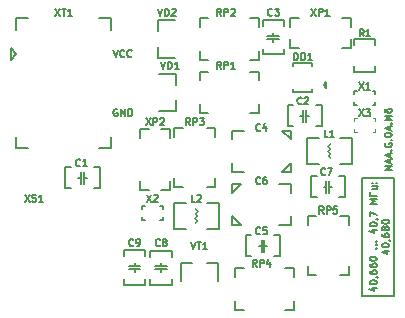
<source format=gbr>
G04 #@! TF.GenerationSoftware,KiCad,Pcbnew,(5.1.4)-1*
G04 #@! TF.CreationDate,2020-06-21T20:29:22+03:00*
G04 #@! TF.ProjectId,naa_g,6e61615f-672e-46b6-9963-61645f706362,rev?*
G04 #@! TF.SameCoordinates,Original*
G04 #@! TF.FileFunction,Legend,Top*
G04 #@! TF.FilePolarity,Positive*
%FSLAX46Y46*%
G04 Gerber Fmt 4.6, Leading zero omitted, Abs format (unit mm)*
G04 Created by KiCad (PCBNEW (5.1.4)-1) date 2020-06-21 20:29:22*
%MOMM*%
%LPD*%
G04 APERTURE LIST*
%ADD10C,0.150000*%
%ADD11C,0.120000*%
G04 APERTURE END LIST*
D10*
X104542857Y-79200000D02*
X104485714Y-79171428D01*
X104400000Y-79171428D01*
X104314285Y-79200000D01*
X104257142Y-79257142D01*
X104228571Y-79314285D01*
X104200000Y-79428571D01*
X104200000Y-79514285D01*
X104228571Y-79628571D01*
X104257142Y-79685714D01*
X104314285Y-79742857D01*
X104400000Y-79771428D01*
X104457142Y-79771428D01*
X104542857Y-79742857D01*
X104571428Y-79714285D01*
X104571428Y-79514285D01*
X104457142Y-79514285D01*
X104828571Y-79771428D02*
X104828571Y-79171428D01*
X105171428Y-79771428D01*
X105171428Y-79171428D01*
X105457142Y-79771428D02*
X105457142Y-79171428D01*
X105600000Y-79171428D01*
X105685714Y-79200000D01*
X105742857Y-79257142D01*
X105771428Y-79314285D01*
X105800000Y-79428571D01*
X105800000Y-79514285D01*
X105771428Y-79628571D01*
X105742857Y-79685714D01*
X105685714Y-79742857D01*
X105600000Y-79771428D01*
X105457142Y-79771428D01*
X104200000Y-74171428D02*
X104400000Y-74771428D01*
X104600000Y-74171428D01*
X105142857Y-74714285D02*
X105114285Y-74742857D01*
X105028571Y-74771428D01*
X104971428Y-74771428D01*
X104885714Y-74742857D01*
X104828571Y-74685714D01*
X104800000Y-74628571D01*
X104771428Y-74514285D01*
X104771428Y-74428571D01*
X104800000Y-74314285D01*
X104828571Y-74257142D01*
X104885714Y-74200000D01*
X104971428Y-74171428D01*
X105028571Y-74171428D01*
X105114285Y-74200000D01*
X105142857Y-74228571D01*
X105742857Y-74714285D02*
X105714285Y-74742857D01*
X105628571Y-74771428D01*
X105571428Y-74771428D01*
X105485714Y-74742857D01*
X105428571Y-74685714D01*
X105400000Y-74628571D01*
X105371428Y-74514285D01*
X105371428Y-74428571D01*
X105400000Y-74314285D01*
X105428571Y-74257142D01*
X105485714Y-74200000D01*
X105571428Y-74171428D01*
X105628571Y-74171428D01*
X105714285Y-74200000D01*
X105742857Y-74228571D01*
X127771428Y-84335714D02*
X127171428Y-84335714D01*
X127771428Y-83992857D01*
X127171428Y-83992857D01*
X127600000Y-83735714D02*
X127600000Y-83450000D01*
X127771428Y-83792857D02*
X127171428Y-83592857D01*
X127771428Y-83392857D01*
X127600000Y-83221428D02*
X127600000Y-82935714D01*
X127771428Y-83278571D02*
X127171428Y-83078571D01*
X127771428Y-82878571D01*
X127714285Y-82678571D02*
X127742857Y-82650000D01*
X127771428Y-82678571D01*
X127742857Y-82707142D01*
X127714285Y-82678571D01*
X127771428Y-82678571D01*
X127200000Y-82078571D02*
X127171428Y-82135714D01*
X127171428Y-82221428D01*
X127200000Y-82307142D01*
X127257142Y-82364285D01*
X127314285Y-82392857D01*
X127428571Y-82421428D01*
X127514285Y-82421428D01*
X127628571Y-82392857D01*
X127685714Y-82364285D01*
X127742857Y-82307142D01*
X127771428Y-82221428D01*
X127771428Y-82164285D01*
X127742857Y-82078571D01*
X127714285Y-82050000D01*
X127514285Y-82050000D01*
X127514285Y-82164285D01*
X127714285Y-81792857D02*
X127742857Y-81764285D01*
X127771428Y-81792857D01*
X127742857Y-81821428D01*
X127714285Y-81792857D01*
X127771428Y-81792857D01*
X127171428Y-81392857D02*
X127171428Y-81335714D01*
X127200000Y-81278571D01*
X127228571Y-81250000D01*
X127285714Y-81221428D01*
X127400000Y-81192857D01*
X127542857Y-81192857D01*
X127657142Y-81221428D01*
X127714285Y-81250000D01*
X127742857Y-81278571D01*
X127771428Y-81335714D01*
X127771428Y-81392857D01*
X127742857Y-81450000D01*
X127714285Y-81478571D01*
X127657142Y-81507142D01*
X127542857Y-81535714D01*
X127400000Y-81535714D01*
X127285714Y-81507142D01*
X127228571Y-81478571D01*
X127200000Y-81450000D01*
X127171428Y-81392857D01*
X127600000Y-80964285D02*
X127600000Y-80678571D01*
X127771428Y-81021428D02*
X127171428Y-80821428D01*
X127771428Y-80621428D01*
X127714285Y-80421428D02*
X127742857Y-80392857D01*
X127771428Y-80421428D01*
X127742857Y-80450000D01*
X127714285Y-80421428D01*
X127771428Y-80421428D01*
X127771428Y-80135714D02*
X127171428Y-80135714D01*
X127600000Y-79935714D01*
X127171428Y-79735714D01*
X127771428Y-79735714D01*
X127171428Y-79192857D02*
X127171428Y-79307142D01*
X127200000Y-79364285D01*
X127228571Y-79392857D01*
X127314285Y-79450000D01*
X127428571Y-79478571D01*
X127657142Y-79478571D01*
X127714285Y-79450000D01*
X127742857Y-79421428D01*
X127771428Y-79364285D01*
X127771428Y-79250000D01*
X127742857Y-79192857D01*
X127714285Y-79164285D01*
X127657142Y-79135714D01*
X127514285Y-79135714D01*
X127457142Y-79164285D01*
X127428571Y-79192857D01*
X127400000Y-79250000D01*
X127400000Y-79364285D01*
X127428571Y-79421428D01*
X127457142Y-79450000D01*
X127514285Y-79478571D01*
X125250000Y-85000000D02*
X125250000Y-95000000D01*
X128000000Y-85000000D02*
X125250000Y-85000000D01*
X128000000Y-95000000D02*
X128000000Y-85000000D01*
X125250000Y-95000000D02*
X128000000Y-95000000D01*
X126096428Y-94300000D02*
X126496428Y-94300000D01*
X125867857Y-94442857D02*
X126296428Y-94585714D01*
X126296428Y-94214285D01*
X125896428Y-93871428D02*
X125896428Y-93814285D01*
X125925000Y-93757142D01*
X125953571Y-93728571D01*
X126010714Y-93700000D01*
X126125000Y-93671428D01*
X126267857Y-93671428D01*
X126382142Y-93700000D01*
X126439285Y-93728571D01*
X126467857Y-93757142D01*
X126496428Y-93814285D01*
X126496428Y-93871428D01*
X126467857Y-93928571D01*
X126439285Y-93957142D01*
X126382142Y-93985714D01*
X126267857Y-94014285D01*
X126125000Y-94014285D01*
X126010714Y-93985714D01*
X125953571Y-93957142D01*
X125925000Y-93928571D01*
X125896428Y-93871428D01*
X126467857Y-93385714D02*
X126496428Y-93385714D01*
X126553571Y-93414285D01*
X126582142Y-93442857D01*
X125896428Y-92871428D02*
X125896428Y-92985714D01*
X125925000Y-93042857D01*
X125953571Y-93071428D01*
X126039285Y-93128571D01*
X126153571Y-93157142D01*
X126382142Y-93157142D01*
X126439285Y-93128571D01*
X126467857Y-93100000D01*
X126496428Y-93042857D01*
X126496428Y-92928571D01*
X126467857Y-92871428D01*
X126439285Y-92842857D01*
X126382142Y-92814285D01*
X126239285Y-92814285D01*
X126182142Y-92842857D01*
X126153571Y-92871428D01*
X126125000Y-92928571D01*
X126125000Y-93042857D01*
X126153571Y-93100000D01*
X126182142Y-93128571D01*
X126239285Y-93157142D01*
X125896428Y-92300000D02*
X125896428Y-92414285D01*
X125925000Y-92471428D01*
X125953571Y-92500000D01*
X126039285Y-92557142D01*
X126153571Y-92585714D01*
X126382142Y-92585714D01*
X126439285Y-92557142D01*
X126467857Y-92528571D01*
X126496428Y-92471428D01*
X126496428Y-92357142D01*
X126467857Y-92300000D01*
X126439285Y-92271428D01*
X126382142Y-92242857D01*
X126239285Y-92242857D01*
X126182142Y-92271428D01*
X126153571Y-92300000D01*
X126125000Y-92357142D01*
X126125000Y-92471428D01*
X126153571Y-92528571D01*
X126182142Y-92557142D01*
X126239285Y-92585714D01*
X125896428Y-91871428D02*
X125896428Y-91814285D01*
X125925000Y-91757142D01*
X125953571Y-91728571D01*
X126010714Y-91700000D01*
X126125000Y-91671428D01*
X126267857Y-91671428D01*
X126382142Y-91700000D01*
X126439285Y-91728571D01*
X126467857Y-91757142D01*
X126496428Y-91814285D01*
X126496428Y-91871428D01*
X126467857Y-91928571D01*
X126439285Y-91957142D01*
X126382142Y-91985714D01*
X126267857Y-92014285D01*
X126125000Y-92014285D01*
X126010714Y-91985714D01*
X125953571Y-91957142D01*
X125925000Y-91928571D01*
X125896428Y-91871428D01*
X126439285Y-90957142D02*
X126467857Y-90928571D01*
X126496428Y-90957142D01*
X126467857Y-90985714D01*
X126439285Y-90957142D01*
X126496428Y-90957142D01*
X126439285Y-90671428D02*
X126467857Y-90642857D01*
X126496428Y-90671428D01*
X126467857Y-90700000D01*
X126439285Y-90671428D01*
X126496428Y-90671428D01*
X126439285Y-90385714D02*
X126467857Y-90357142D01*
X126496428Y-90385714D01*
X126467857Y-90414285D01*
X126439285Y-90385714D01*
X126496428Y-90385714D01*
X126096428Y-89385714D02*
X126496428Y-89385714D01*
X125867857Y-89528571D02*
X126296428Y-89671428D01*
X126296428Y-89300000D01*
X125896428Y-88957142D02*
X125896428Y-88900000D01*
X125925000Y-88842857D01*
X125953571Y-88814285D01*
X126010714Y-88785714D01*
X126125000Y-88757142D01*
X126267857Y-88757142D01*
X126382142Y-88785714D01*
X126439285Y-88814285D01*
X126467857Y-88842857D01*
X126496428Y-88900000D01*
X126496428Y-88957142D01*
X126467857Y-89014285D01*
X126439285Y-89042857D01*
X126382142Y-89071428D01*
X126267857Y-89100000D01*
X126125000Y-89100000D01*
X126010714Y-89071428D01*
X125953571Y-89042857D01*
X125925000Y-89014285D01*
X125896428Y-88957142D01*
X126467857Y-88471428D02*
X126496428Y-88471428D01*
X126553571Y-88500000D01*
X126582142Y-88528571D01*
X125896428Y-88271428D02*
X125896428Y-87871428D01*
X126496428Y-88128571D01*
X126496428Y-87185714D02*
X125896428Y-87185714D01*
X126325000Y-86985714D01*
X125896428Y-86785714D01*
X126496428Y-86785714D01*
X126496428Y-86500000D02*
X125896428Y-86500000D01*
X125896428Y-86185714D01*
X126096428Y-85728571D02*
X126496428Y-85728571D01*
X126096428Y-85985714D02*
X126496428Y-85985714D01*
X126496428Y-85671428D01*
X126639285Y-85671428D01*
X126439285Y-85442857D02*
X126467857Y-85414285D01*
X126496428Y-85442857D01*
X126467857Y-85471428D01*
X126439285Y-85442857D01*
X126496428Y-85442857D01*
X126125000Y-85442857D02*
X126153571Y-85414285D01*
X126182142Y-85442857D01*
X126153571Y-85471428D01*
X126125000Y-85442857D01*
X126182142Y-85442857D01*
X127146428Y-91171428D02*
X127546428Y-91171428D01*
X126917857Y-91314285D02*
X127346428Y-91457142D01*
X127346428Y-91085714D01*
X126946428Y-90742857D02*
X126946428Y-90685714D01*
X126975000Y-90628571D01*
X127003571Y-90600000D01*
X127060714Y-90571428D01*
X127175000Y-90542857D01*
X127317857Y-90542857D01*
X127432142Y-90571428D01*
X127489285Y-90600000D01*
X127517857Y-90628571D01*
X127546428Y-90685714D01*
X127546428Y-90742857D01*
X127517857Y-90800000D01*
X127489285Y-90828571D01*
X127432142Y-90857142D01*
X127317857Y-90885714D01*
X127175000Y-90885714D01*
X127060714Y-90857142D01*
X127003571Y-90828571D01*
X126975000Y-90800000D01*
X126946428Y-90742857D01*
X127517857Y-90257142D02*
X127546428Y-90257142D01*
X127603571Y-90285714D01*
X127632142Y-90314285D01*
X126946428Y-89742857D02*
X126946428Y-89857142D01*
X126975000Y-89914285D01*
X127003571Y-89942857D01*
X127089285Y-90000000D01*
X127203571Y-90028571D01*
X127432142Y-90028571D01*
X127489285Y-90000000D01*
X127517857Y-89971428D01*
X127546428Y-89914285D01*
X127546428Y-89800000D01*
X127517857Y-89742857D01*
X127489285Y-89714285D01*
X127432142Y-89685714D01*
X127289285Y-89685714D01*
X127232142Y-89714285D01*
X127203571Y-89742857D01*
X127175000Y-89800000D01*
X127175000Y-89914285D01*
X127203571Y-89971428D01*
X127232142Y-90000000D01*
X127289285Y-90028571D01*
X127203571Y-89342857D02*
X127175000Y-89400000D01*
X127146428Y-89428571D01*
X127089285Y-89457142D01*
X127060714Y-89457142D01*
X127003571Y-89428571D01*
X126975000Y-89400000D01*
X126946428Y-89342857D01*
X126946428Y-89228571D01*
X126975000Y-89171428D01*
X127003571Y-89142857D01*
X127060714Y-89114285D01*
X127089285Y-89114285D01*
X127146428Y-89142857D01*
X127175000Y-89171428D01*
X127203571Y-89228571D01*
X127203571Y-89342857D01*
X127232142Y-89400000D01*
X127260714Y-89428571D01*
X127317857Y-89457142D01*
X127432142Y-89457142D01*
X127489285Y-89428571D01*
X127517857Y-89400000D01*
X127546428Y-89342857D01*
X127546428Y-89228571D01*
X127517857Y-89171428D01*
X127489285Y-89142857D01*
X127432142Y-89114285D01*
X127317857Y-89114285D01*
X127260714Y-89142857D01*
X127232142Y-89171428D01*
X127203571Y-89228571D01*
X126946428Y-88742857D02*
X126946428Y-88685714D01*
X126975000Y-88628571D01*
X127003571Y-88600000D01*
X127060714Y-88571428D01*
X127175000Y-88542857D01*
X127317857Y-88542857D01*
X127432142Y-88571428D01*
X127489285Y-88600000D01*
X127517857Y-88628571D01*
X127546428Y-88685714D01*
X127546428Y-88742857D01*
X127517857Y-88800000D01*
X127489285Y-88828571D01*
X127432142Y-88857142D01*
X127317857Y-88885714D01*
X127175000Y-88885714D01*
X127060714Y-88857142D01*
X127003571Y-88828571D01*
X126975000Y-88800000D01*
X126946428Y-88742857D01*
D11*
X126400000Y-81100000D02*
X126400000Y-80850000D01*
X126150000Y-81100000D02*
X126400000Y-81100000D01*
X126400000Y-79900000D02*
X126400000Y-80150000D01*
X126150000Y-79900000D02*
X126400000Y-79900000D01*
X124600000Y-81100000D02*
X124850000Y-81100000D01*
X124600000Y-80850000D02*
X124600000Y-81100000D01*
X124600000Y-79900000D02*
X124850000Y-79900000D01*
X124600000Y-80150000D02*
X124600000Y-79900000D01*
D10*
X120250000Y-79750000D02*
X120000000Y-79750000D01*
X120500000Y-79750000D02*
X120750000Y-79750000D01*
X120250000Y-79250000D02*
X120250000Y-80250000D01*
X120500000Y-80250000D02*
X120500000Y-79250000D01*
X118950000Y-78850000D02*
X119450000Y-78850000D01*
X118950000Y-80650000D02*
X119450000Y-80650000D01*
X121850000Y-78850000D02*
X121350000Y-78850000D01*
X121850000Y-80650000D02*
X121350000Y-80650000D01*
X121850000Y-80650000D02*
X121850000Y-78850000D01*
X118950000Y-80650000D02*
X118950000Y-78850000D01*
X95500000Y-75000000D02*
X96000000Y-74500000D01*
X95500000Y-74000000D02*
X95500000Y-75000000D01*
X96000000Y-74500000D02*
X95500000Y-74000000D01*
X96000000Y-71500000D02*
X97000000Y-71500000D01*
X96000000Y-71500000D02*
X96000000Y-72500000D01*
X96000000Y-82500000D02*
X96000000Y-81500000D01*
X104000000Y-71500000D02*
X103000000Y-71500000D01*
X104000000Y-71500000D02*
X104000000Y-72500000D01*
X104000000Y-82500000D02*
X104000000Y-81500000D01*
X104000000Y-82500000D02*
X103000000Y-82500000D01*
X96000000Y-82500000D02*
X97000000Y-82500000D01*
X106500000Y-81640000D02*
X106500000Y-80890000D01*
X109000000Y-80890000D02*
X109000000Y-81640000D01*
X109000000Y-86040000D02*
X109000000Y-85290000D01*
X106500000Y-80890000D02*
X107250000Y-80890000D01*
X108250000Y-80890000D02*
X109000000Y-80890000D01*
X108250000Y-86040000D02*
X109000000Y-86040000D01*
X106500000Y-86040000D02*
X107250000Y-86040000D01*
X106500000Y-86040000D02*
X106500000Y-85290000D01*
X119890000Y-74000000D02*
X119140000Y-74000000D01*
X119140000Y-71500000D02*
X119890000Y-71500000D01*
X124290000Y-71500000D02*
X123540000Y-71500000D01*
X119140000Y-74000000D02*
X119140000Y-73250000D01*
X119140000Y-72250000D02*
X119140000Y-71500000D01*
X124290000Y-72250000D02*
X124290000Y-71500000D01*
X124290000Y-74000000D02*
X124290000Y-73250000D01*
X124290000Y-74000000D02*
X123540000Y-74000000D01*
X106600000Y-87400000D02*
X106600000Y-87650000D01*
X106850000Y-87400000D02*
X106600000Y-87400000D01*
X106600000Y-88600000D02*
X106600000Y-88350000D01*
X106850000Y-88600000D02*
X106600000Y-88600000D01*
X108400000Y-87400000D02*
X108150000Y-87400000D01*
X108400000Y-87650000D02*
X108400000Y-87400000D01*
X108400000Y-88600000D02*
X108150000Y-88600000D01*
X108400000Y-88350000D02*
X108400000Y-88600000D01*
X126400000Y-78850000D02*
X126400000Y-78600000D01*
X126150000Y-78850000D02*
X126400000Y-78850000D01*
X126400000Y-77650000D02*
X126400000Y-77900000D01*
X126150000Y-77650000D02*
X126400000Y-77650000D01*
X124600000Y-78850000D02*
X124850000Y-78850000D01*
X124600000Y-78600000D02*
X124600000Y-78850000D01*
X124600000Y-77650000D02*
X124850000Y-77650000D01*
X124600000Y-77900000D02*
X124600000Y-77650000D01*
X109920000Y-92240000D02*
X109920000Y-93700000D01*
X113080000Y-92240000D02*
X113080000Y-93700000D01*
X109920000Y-92240000D02*
X110850000Y-92240000D01*
X113080000Y-92240000D02*
X112150000Y-92240000D01*
X107990000Y-74830000D02*
X109450000Y-74830000D01*
X107990000Y-71670000D02*
X109450000Y-71670000D01*
X107990000Y-74830000D02*
X107990000Y-73900000D01*
X107990000Y-71670000D02*
X107990000Y-72600000D01*
X109510000Y-76170000D02*
X108050000Y-76170000D01*
X109510000Y-79330000D02*
X108050000Y-79330000D01*
X109510000Y-76170000D02*
X109510000Y-77100000D01*
X109510000Y-79330000D02*
X109510000Y-78400000D01*
X124150000Y-88250000D02*
X123400000Y-88250000D01*
X124150000Y-88250000D02*
X124150000Y-89000000D01*
X120650000Y-88250000D02*
X121400000Y-88250000D01*
X120650000Y-88250000D02*
X120650000Y-89000000D01*
X124150000Y-93250000D02*
X123400000Y-93250000D01*
X124150000Y-93250000D02*
X124150000Y-92500000D01*
X120650000Y-92500000D02*
X120650000Y-93250000D01*
X120650000Y-93250000D02*
X121400000Y-93250000D01*
X119500000Y-96150000D02*
X119500000Y-95400000D01*
X119500000Y-96150000D02*
X118750000Y-96150000D01*
X119500000Y-92650000D02*
X119500000Y-93400000D01*
X119500000Y-92650000D02*
X118750000Y-92650000D01*
X114500000Y-96150000D02*
X114500000Y-95400000D01*
X114500000Y-96150000D02*
X115250000Y-96150000D01*
X115250000Y-92650000D02*
X114500000Y-92650000D01*
X114500000Y-92650000D02*
X114500000Y-93400000D01*
X112850000Y-80750000D02*
X112100000Y-80750000D01*
X112850000Y-80750000D02*
X112850000Y-81500000D01*
X109350000Y-80750000D02*
X110100000Y-80750000D01*
X109350000Y-80750000D02*
X109350000Y-81500000D01*
X112850000Y-85750000D02*
X112100000Y-85750000D01*
X112850000Y-85750000D02*
X112850000Y-85000000D01*
X109350000Y-85000000D02*
X109350000Y-85750000D01*
X109350000Y-85750000D02*
X110100000Y-85750000D01*
X116500000Y-75000000D02*
X116500000Y-74250000D01*
X116500000Y-75000000D02*
X115750000Y-75000000D01*
X116500000Y-71500000D02*
X116500000Y-72250000D01*
X116500000Y-71500000D02*
X115750000Y-71500000D01*
X111500000Y-75000000D02*
X111500000Y-74250000D01*
X111500000Y-75000000D02*
X112250000Y-75000000D01*
X112250000Y-71500000D02*
X111500000Y-71500000D01*
X111500000Y-71500000D02*
X111500000Y-72250000D01*
X116500000Y-79500000D02*
X116500000Y-78750000D01*
X116500000Y-79500000D02*
X115750000Y-79500000D01*
X116500000Y-76000000D02*
X116500000Y-76750000D01*
X116500000Y-76000000D02*
X115750000Y-76000000D01*
X111500000Y-79500000D02*
X111500000Y-78750000D01*
X111500000Y-79500000D02*
X112250000Y-79500000D01*
X112250000Y-76000000D02*
X111500000Y-76000000D01*
X111500000Y-76000000D02*
X111500000Y-76750000D01*
X124600000Y-76050000D02*
X124600000Y-75550000D01*
X126400000Y-76050000D02*
X126400000Y-75550000D01*
X126400000Y-76050000D02*
X124600000Y-76050000D01*
X124600000Y-73250000D02*
X124600000Y-73750000D01*
X126400000Y-73250000D02*
X124600000Y-73250000D01*
X126400000Y-73250000D02*
X126400000Y-73750000D01*
X109350000Y-87150000D02*
X110350000Y-87150000D01*
X113150000Y-87150000D02*
X112150000Y-87150000D01*
X113150000Y-89350000D02*
X112150000Y-89350000D01*
X109350000Y-89350000D02*
X110350000Y-89350000D01*
X113150000Y-87150000D02*
X113150000Y-89350000D01*
X109350000Y-89350000D02*
X109350000Y-87150000D01*
X111150000Y-88850000D02*
G75*
G03X111350000Y-88650000I0J200000D01*
G01*
X111350000Y-88650000D02*
G75*
G03X111150000Y-88450000I-200000J0D01*
G01*
X111150000Y-88450000D02*
G75*
G03X111350000Y-88250000I0J200000D01*
G01*
X111350000Y-88250000D02*
G75*
G03X111150000Y-88050000I-200000J0D01*
G01*
X111350000Y-87850000D02*
G75*
G03X111150000Y-87650000I-200000J0D01*
G01*
X111150000Y-88050000D02*
G75*
G03X111350000Y-87850000I0J200000D01*
G01*
X124400000Y-83850000D02*
X123400000Y-83850000D01*
X120600000Y-83850000D02*
X121600000Y-83850000D01*
X120600000Y-81650000D02*
X121600000Y-81650000D01*
X124400000Y-81650000D02*
X123400000Y-81650000D01*
X120600000Y-83850000D02*
X120600000Y-81650000D01*
X124400000Y-81650000D02*
X124400000Y-83850000D01*
X122600000Y-82150000D02*
G75*
G03X122400000Y-82350000I0J-200000D01*
G01*
X122400000Y-82350000D02*
G75*
G03X122600000Y-82550000I200000J0D01*
G01*
X122600000Y-82550000D02*
G75*
G03X122400000Y-82750000I0J-200000D01*
G01*
X122400000Y-82750000D02*
G75*
G03X122600000Y-82950000I200000J0D01*
G01*
X122400000Y-83150000D02*
G75*
G03X122600000Y-83350000I200000J0D01*
G01*
X122600000Y-82950000D02*
G75*
G03X122400000Y-83150000I0J-200000D01*
G01*
X122000000Y-77150000D02*
X122250000Y-77400000D01*
X119450000Y-75250000D02*
X121050000Y-75250000D01*
X121050000Y-75250000D02*
X121050000Y-75500000D01*
X119450000Y-75500000D02*
X119450000Y-75250000D01*
X119450000Y-77750000D02*
X119450000Y-77500000D01*
X121050000Y-77750000D02*
X119450000Y-77750000D01*
X121050000Y-77500000D02*
X121050000Y-77750000D01*
X122250000Y-76900000D02*
X122250000Y-77400000D01*
X122000000Y-77150000D02*
X122250000Y-76900000D01*
X122000000Y-77150000D02*
X122250000Y-77150000D01*
X106000000Y-92750000D02*
X106000000Y-93000000D01*
X106000000Y-92500000D02*
X106000000Y-92250000D01*
X105500000Y-92750000D02*
X106500000Y-92750000D01*
X106500000Y-92500000D02*
X105500000Y-92500000D01*
X105100000Y-94050000D02*
X105100000Y-93550000D01*
X106900000Y-94050000D02*
X106900000Y-93550000D01*
X105100000Y-91150000D02*
X105100000Y-91650000D01*
X106900000Y-91150000D02*
X106900000Y-91650000D01*
X106900000Y-91150000D02*
X105100000Y-91150000D01*
X106900000Y-94050000D02*
X105100000Y-94050000D01*
X108250000Y-92500000D02*
X108250000Y-92250000D01*
X108250000Y-92750000D02*
X108250000Y-93000000D01*
X108750000Y-92500000D02*
X107750000Y-92500000D01*
X107750000Y-92750000D02*
X108750000Y-92750000D01*
X109150000Y-91200000D02*
X109150000Y-91700000D01*
X107350000Y-91200000D02*
X107350000Y-91700000D01*
X109150000Y-94100000D02*
X109150000Y-93600000D01*
X107350000Y-94100000D02*
X107350000Y-93600000D01*
X107350000Y-94100000D02*
X109150000Y-94100000D01*
X107350000Y-91200000D02*
X109150000Y-91200000D01*
X122250000Y-85750000D02*
X122000000Y-85750000D01*
X122500000Y-85750000D02*
X122750000Y-85750000D01*
X122250000Y-85250000D02*
X122250000Y-86250000D01*
X122500000Y-86250000D02*
X122500000Y-85250000D01*
X120950000Y-84850000D02*
X121450000Y-84850000D01*
X120950000Y-86650000D02*
X121450000Y-86650000D01*
X123850000Y-84850000D02*
X123350000Y-84850000D01*
X123850000Y-86650000D02*
X123350000Y-86650000D01*
X123850000Y-86650000D02*
X123850000Y-84850000D01*
X120950000Y-86650000D02*
X120950000Y-84850000D01*
X114250000Y-88250000D02*
X115000000Y-89000000D01*
X114250000Y-86250000D02*
X115000000Y-85500000D01*
X119250000Y-85500000D02*
X118250000Y-85500000D01*
X119250000Y-85500000D02*
X119250000Y-86250000D01*
X119250000Y-89000000D02*
X119250000Y-88250000D01*
X119250000Y-89000000D02*
X118250000Y-89000000D01*
X114250000Y-89000000D02*
X115000000Y-89000000D01*
X114250000Y-89000000D02*
X114250000Y-88250000D01*
X114250000Y-85500000D02*
X115000000Y-85500000D01*
X114250000Y-85500000D02*
X114250000Y-86250000D01*
X117000000Y-90750000D02*
X117250000Y-90750000D01*
X116750000Y-90750000D02*
X116500000Y-90750000D01*
X117000000Y-91250000D02*
X117000000Y-90250000D01*
X116750000Y-90250000D02*
X116750000Y-91250000D01*
X118300000Y-91650000D02*
X117800000Y-91650000D01*
X118300000Y-89850000D02*
X117800000Y-89850000D01*
X115400000Y-91650000D02*
X115900000Y-91650000D01*
X115400000Y-89850000D02*
X115900000Y-89850000D01*
X115400000Y-89850000D02*
X115400000Y-91650000D01*
X118300000Y-89850000D02*
X118300000Y-91650000D01*
X117750000Y-73250000D02*
X117750000Y-73500000D01*
X117750000Y-73000000D02*
X117750000Y-72750000D01*
X117250000Y-73250000D02*
X118250000Y-73250000D01*
X118250000Y-73000000D02*
X117250000Y-73000000D01*
X116850000Y-74550000D02*
X116850000Y-74050000D01*
X118650000Y-74550000D02*
X118650000Y-74050000D01*
X116850000Y-71650000D02*
X116850000Y-72150000D01*
X118650000Y-71650000D02*
X118650000Y-72150000D01*
X118650000Y-71650000D02*
X116850000Y-71650000D01*
X118650000Y-74550000D02*
X116850000Y-74550000D01*
X119250000Y-81750000D02*
X118500000Y-81000000D01*
X119250000Y-83750000D02*
X118500000Y-84500000D01*
X114250000Y-84500000D02*
X115250000Y-84500000D01*
X114250000Y-84500000D02*
X114250000Y-83750000D01*
X114250000Y-81000000D02*
X114250000Y-81750000D01*
X114250000Y-81000000D02*
X115250000Y-81000000D01*
X119250000Y-81000000D02*
X118500000Y-81000000D01*
X119250000Y-81000000D02*
X119250000Y-81750000D01*
X119250000Y-84500000D02*
X118500000Y-84500000D01*
X119250000Y-84500000D02*
X119250000Y-83750000D01*
X101750000Y-85000000D02*
X102000000Y-85000000D01*
X101500000Y-85000000D02*
X101250000Y-85000000D01*
X101750000Y-85500000D02*
X101750000Y-84500000D01*
X101500000Y-84500000D02*
X101500000Y-85500000D01*
X103050000Y-85900000D02*
X102550000Y-85900000D01*
X103050000Y-84100000D02*
X102550000Y-84100000D01*
X100150000Y-85900000D02*
X100650000Y-85900000D01*
X100150000Y-84100000D02*
X100650000Y-84100000D01*
X100150000Y-84100000D02*
X100150000Y-85900000D01*
X103050000Y-84100000D02*
X103050000Y-85900000D01*
X125014285Y-79171428D02*
X125414285Y-79771428D01*
X125414285Y-79171428D02*
X125014285Y-79771428D01*
X125585714Y-79171428D02*
X125957142Y-79171428D01*
X125757142Y-79400000D01*
X125842857Y-79400000D01*
X125900000Y-79428571D01*
X125928571Y-79457142D01*
X125957142Y-79514285D01*
X125957142Y-79657142D01*
X125928571Y-79714285D01*
X125900000Y-79742857D01*
X125842857Y-79771428D01*
X125671428Y-79771428D01*
X125614285Y-79742857D01*
X125585714Y-79714285D01*
X120150000Y-78714285D02*
X120121428Y-78742857D01*
X120035714Y-78771428D01*
X119978571Y-78771428D01*
X119892857Y-78742857D01*
X119835714Y-78685714D01*
X119807142Y-78628571D01*
X119778571Y-78514285D01*
X119778571Y-78428571D01*
X119807142Y-78314285D01*
X119835714Y-78257142D01*
X119892857Y-78200000D01*
X119978571Y-78171428D01*
X120035714Y-78171428D01*
X120121428Y-78200000D01*
X120150000Y-78228571D01*
X120378571Y-78228571D02*
X120407142Y-78200000D01*
X120464285Y-78171428D01*
X120607142Y-78171428D01*
X120664285Y-78200000D01*
X120692857Y-78228571D01*
X120721428Y-78285714D01*
X120721428Y-78342857D01*
X120692857Y-78428571D01*
X120350000Y-78771428D01*
X120721428Y-78771428D01*
X99285714Y-70671428D02*
X99685714Y-71271428D01*
X99685714Y-70671428D02*
X99285714Y-71271428D01*
X99828571Y-70671428D02*
X100171428Y-70671428D01*
X100000000Y-71271428D02*
X100000000Y-70671428D01*
X100685714Y-71271428D02*
X100342857Y-71271428D01*
X100514285Y-71271428D02*
X100514285Y-70671428D01*
X100457142Y-70757142D01*
X100400000Y-70814285D01*
X100342857Y-70842857D01*
X96728571Y-86421428D02*
X97128571Y-87021428D01*
X97128571Y-86421428D02*
X96728571Y-87021428D01*
X97328571Y-86992857D02*
X97414285Y-87021428D01*
X97557142Y-87021428D01*
X97614285Y-86992857D01*
X97642857Y-86964285D01*
X97671428Y-86907142D01*
X97671428Y-86850000D01*
X97642857Y-86792857D01*
X97614285Y-86764285D01*
X97557142Y-86735714D01*
X97442857Y-86707142D01*
X97385714Y-86678571D01*
X97357142Y-86650000D01*
X97328571Y-86592857D01*
X97328571Y-86535714D01*
X97357142Y-86478571D01*
X97385714Y-86450000D01*
X97442857Y-86421428D01*
X97585714Y-86421428D01*
X97671428Y-86450000D01*
X98242857Y-87021428D02*
X97900000Y-87021428D01*
X98071428Y-87021428D02*
X98071428Y-86421428D01*
X98014285Y-86507142D01*
X97957142Y-86564285D01*
X97900000Y-86592857D01*
X106964285Y-79921428D02*
X107364285Y-80521428D01*
X107364285Y-79921428D02*
X106964285Y-80521428D01*
X107592857Y-80521428D02*
X107592857Y-79921428D01*
X107821428Y-79921428D01*
X107878571Y-79950000D01*
X107907142Y-79978571D01*
X107935714Y-80035714D01*
X107935714Y-80121428D01*
X107907142Y-80178571D01*
X107878571Y-80207142D01*
X107821428Y-80235714D01*
X107592857Y-80235714D01*
X108164285Y-79978571D02*
X108192857Y-79950000D01*
X108250000Y-79921428D01*
X108392857Y-79921428D01*
X108450000Y-79950000D01*
X108478571Y-79978571D01*
X108507142Y-80035714D01*
X108507142Y-80092857D01*
X108478571Y-80178571D01*
X108135714Y-80521428D01*
X108507142Y-80521428D01*
X120964285Y-70671428D02*
X121364285Y-71271428D01*
X121364285Y-70671428D02*
X120964285Y-71271428D01*
X121592857Y-71271428D02*
X121592857Y-70671428D01*
X121821428Y-70671428D01*
X121878571Y-70700000D01*
X121907142Y-70728571D01*
X121935714Y-70785714D01*
X121935714Y-70871428D01*
X121907142Y-70928571D01*
X121878571Y-70957142D01*
X121821428Y-70985714D01*
X121592857Y-70985714D01*
X122507142Y-71271428D02*
X122164285Y-71271428D01*
X122335714Y-71271428D02*
X122335714Y-70671428D01*
X122278571Y-70757142D01*
X122221428Y-70814285D01*
X122164285Y-70842857D01*
X107014285Y-86421428D02*
X107414285Y-87021428D01*
X107414285Y-86421428D02*
X107014285Y-87021428D01*
X107614285Y-86478571D02*
X107642857Y-86450000D01*
X107700000Y-86421428D01*
X107842857Y-86421428D01*
X107900000Y-86450000D01*
X107928571Y-86478571D01*
X107957142Y-86535714D01*
X107957142Y-86592857D01*
X107928571Y-86678571D01*
X107585714Y-87021428D01*
X107957142Y-87021428D01*
X125014285Y-76921428D02*
X125414285Y-77521428D01*
X125414285Y-76921428D02*
X125014285Y-77521428D01*
X125957142Y-77521428D02*
X125614285Y-77521428D01*
X125785714Y-77521428D02*
X125785714Y-76921428D01*
X125728571Y-77007142D01*
X125671428Y-77064285D01*
X125614285Y-77092857D01*
X110785714Y-90421428D02*
X110985714Y-91021428D01*
X111185714Y-90421428D01*
X111300000Y-90421428D02*
X111642857Y-90421428D01*
X111471428Y-91021428D02*
X111471428Y-90421428D01*
X112157142Y-91021428D02*
X111814285Y-91021428D01*
X111985714Y-91021428D02*
X111985714Y-90421428D01*
X111928571Y-90507142D01*
X111871428Y-90564285D01*
X111814285Y-90592857D01*
X107964285Y-70671428D02*
X108164285Y-71271428D01*
X108364285Y-70671428D01*
X108564285Y-71271428D02*
X108564285Y-70671428D01*
X108707142Y-70671428D01*
X108792857Y-70700000D01*
X108850000Y-70757142D01*
X108878571Y-70814285D01*
X108907142Y-70928571D01*
X108907142Y-71014285D01*
X108878571Y-71128571D01*
X108850000Y-71185714D01*
X108792857Y-71242857D01*
X108707142Y-71271428D01*
X108564285Y-71271428D01*
X109135714Y-70728571D02*
X109164285Y-70700000D01*
X109221428Y-70671428D01*
X109364285Y-70671428D01*
X109421428Y-70700000D01*
X109450000Y-70728571D01*
X109478571Y-70785714D01*
X109478571Y-70842857D01*
X109450000Y-70928571D01*
X109107142Y-71271428D01*
X109478571Y-71271428D01*
X108214285Y-75171428D02*
X108414285Y-75771428D01*
X108614285Y-75171428D01*
X108814285Y-75771428D02*
X108814285Y-75171428D01*
X108957142Y-75171428D01*
X109042857Y-75200000D01*
X109100000Y-75257142D01*
X109128571Y-75314285D01*
X109157142Y-75428571D01*
X109157142Y-75514285D01*
X109128571Y-75628571D01*
X109100000Y-75685714D01*
X109042857Y-75742857D01*
X108957142Y-75771428D01*
X108814285Y-75771428D01*
X109728571Y-75771428D02*
X109385714Y-75771428D01*
X109557142Y-75771428D02*
X109557142Y-75171428D01*
X109500000Y-75257142D01*
X109442857Y-75314285D01*
X109385714Y-75342857D01*
X122000000Y-88021428D02*
X121800000Y-87735714D01*
X121657142Y-88021428D02*
X121657142Y-87421428D01*
X121885714Y-87421428D01*
X121942857Y-87450000D01*
X121971428Y-87478571D01*
X122000000Y-87535714D01*
X122000000Y-87621428D01*
X121971428Y-87678571D01*
X121942857Y-87707142D01*
X121885714Y-87735714D01*
X121657142Y-87735714D01*
X122257142Y-88021428D02*
X122257142Y-87421428D01*
X122485714Y-87421428D01*
X122542857Y-87450000D01*
X122571428Y-87478571D01*
X122600000Y-87535714D01*
X122600000Y-87621428D01*
X122571428Y-87678571D01*
X122542857Y-87707142D01*
X122485714Y-87735714D01*
X122257142Y-87735714D01*
X123142857Y-87421428D02*
X122857142Y-87421428D01*
X122828571Y-87707142D01*
X122857142Y-87678571D01*
X122914285Y-87650000D01*
X123057142Y-87650000D01*
X123114285Y-87678571D01*
X123142857Y-87707142D01*
X123171428Y-87764285D01*
X123171428Y-87907142D01*
X123142857Y-87964285D01*
X123114285Y-87992857D01*
X123057142Y-88021428D01*
X122914285Y-88021428D01*
X122857142Y-87992857D01*
X122828571Y-87964285D01*
X116350000Y-92521428D02*
X116150000Y-92235714D01*
X116007142Y-92521428D02*
X116007142Y-91921428D01*
X116235714Y-91921428D01*
X116292857Y-91950000D01*
X116321428Y-91978571D01*
X116350000Y-92035714D01*
X116350000Y-92121428D01*
X116321428Y-92178571D01*
X116292857Y-92207142D01*
X116235714Y-92235714D01*
X116007142Y-92235714D01*
X116607142Y-92521428D02*
X116607142Y-91921428D01*
X116835714Y-91921428D01*
X116892857Y-91950000D01*
X116921428Y-91978571D01*
X116950000Y-92035714D01*
X116950000Y-92121428D01*
X116921428Y-92178571D01*
X116892857Y-92207142D01*
X116835714Y-92235714D01*
X116607142Y-92235714D01*
X117464285Y-92121428D02*
X117464285Y-92521428D01*
X117321428Y-91892857D02*
X117178571Y-92321428D01*
X117550000Y-92321428D01*
X110700000Y-80521428D02*
X110500000Y-80235714D01*
X110357142Y-80521428D02*
X110357142Y-79921428D01*
X110585714Y-79921428D01*
X110642857Y-79950000D01*
X110671428Y-79978571D01*
X110700000Y-80035714D01*
X110700000Y-80121428D01*
X110671428Y-80178571D01*
X110642857Y-80207142D01*
X110585714Y-80235714D01*
X110357142Y-80235714D01*
X110957142Y-80521428D02*
X110957142Y-79921428D01*
X111185714Y-79921428D01*
X111242857Y-79950000D01*
X111271428Y-79978571D01*
X111300000Y-80035714D01*
X111300000Y-80121428D01*
X111271428Y-80178571D01*
X111242857Y-80207142D01*
X111185714Y-80235714D01*
X110957142Y-80235714D01*
X111500000Y-79921428D02*
X111871428Y-79921428D01*
X111671428Y-80150000D01*
X111757142Y-80150000D01*
X111814285Y-80178571D01*
X111842857Y-80207142D01*
X111871428Y-80264285D01*
X111871428Y-80407142D01*
X111842857Y-80464285D01*
X111814285Y-80492857D01*
X111757142Y-80521428D01*
X111585714Y-80521428D01*
X111528571Y-80492857D01*
X111500000Y-80464285D01*
X113350000Y-71271428D02*
X113150000Y-70985714D01*
X113007142Y-71271428D02*
X113007142Y-70671428D01*
X113235714Y-70671428D01*
X113292857Y-70700000D01*
X113321428Y-70728571D01*
X113350000Y-70785714D01*
X113350000Y-70871428D01*
X113321428Y-70928571D01*
X113292857Y-70957142D01*
X113235714Y-70985714D01*
X113007142Y-70985714D01*
X113607142Y-71271428D02*
X113607142Y-70671428D01*
X113835714Y-70671428D01*
X113892857Y-70700000D01*
X113921428Y-70728571D01*
X113950000Y-70785714D01*
X113950000Y-70871428D01*
X113921428Y-70928571D01*
X113892857Y-70957142D01*
X113835714Y-70985714D01*
X113607142Y-70985714D01*
X114178571Y-70728571D02*
X114207142Y-70700000D01*
X114264285Y-70671428D01*
X114407142Y-70671428D01*
X114464285Y-70700000D01*
X114492857Y-70728571D01*
X114521428Y-70785714D01*
X114521428Y-70842857D01*
X114492857Y-70928571D01*
X114150000Y-71271428D01*
X114521428Y-71271428D01*
X113350000Y-75771428D02*
X113150000Y-75485714D01*
X113007142Y-75771428D02*
X113007142Y-75171428D01*
X113235714Y-75171428D01*
X113292857Y-75200000D01*
X113321428Y-75228571D01*
X113350000Y-75285714D01*
X113350000Y-75371428D01*
X113321428Y-75428571D01*
X113292857Y-75457142D01*
X113235714Y-75485714D01*
X113007142Y-75485714D01*
X113607142Y-75771428D02*
X113607142Y-75171428D01*
X113835714Y-75171428D01*
X113892857Y-75200000D01*
X113921428Y-75228571D01*
X113950000Y-75285714D01*
X113950000Y-75371428D01*
X113921428Y-75428571D01*
X113892857Y-75457142D01*
X113835714Y-75485714D01*
X113607142Y-75485714D01*
X114521428Y-75771428D02*
X114178571Y-75771428D01*
X114350000Y-75771428D02*
X114350000Y-75171428D01*
X114292857Y-75257142D01*
X114235714Y-75314285D01*
X114178571Y-75342857D01*
X125400000Y-73021428D02*
X125200000Y-72735714D01*
X125057142Y-73021428D02*
X125057142Y-72421428D01*
X125285714Y-72421428D01*
X125342857Y-72450000D01*
X125371428Y-72478571D01*
X125400000Y-72535714D01*
X125400000Y-72621428D01*
X125371428Y-72678571D01*
X125342857Y-72707142D01*
X125285714Y-72735714D01*
X125057142Y-72735714D01*
X125971428Y-73021428D02*
X125628571Y-73021428D01*
X125800000Y-73021428D02*
X125800000Y-72421428D01*
X125742857Y-72507142D01*
X125685714Y-72564285D01*
X125628571Y-72592857D01*
X111150000Y-87021428D02*
X110864285Y-87021428D01*
X110864285Y-86421428D01*
X111321428Y-86478571D02*
X111350000Y-86450000D01*
X111407142Y-86421428D01*
X111550000Y-86421428D01*
X111607142Y-86450000D01*
X111635714Y-86478571D01*
X111664285Y-86535714D01*
X111664285Y-86592857D01*
X111635714Y-86678571D01*
X111292857Y-87021428D01*
X111664285Y-87021428D01*
X122400000Y-81521428D02*
X122114285Y-81521428D01*
X122114285Y-80921428D01*
X122914285Y-81521428D02*
X122571428Y-81521428D01*
X122742857Y-81521428D02*
X122742857Y-80921428D01*
X122685714Y-81007142D01*
X122628571Y-81064285D01*
X122571428Y-81092857D01*
X119507142Y-75021428D02*
X119507142Y-74421428D01*
X119650000Y-74421428D01*
X119735714Y-74450000D01*
X119792857Y-74507142D01*
X119821428Y-74564285D01*
X119850000Y-74678571D01*
X119850000Y-74764285D01*
X119821428Y-74878571D01*
X119792857Y-74935714D01*
X119735714Y-74992857D01*
X119650000Y-75021428D01*
X119507142Y-75021428D01*
X120107142Y-75021428D02*
X120107142Y-74421428D01*
X120250000Y-74421428D01*
X120335714Y-74450000D01*
X120392857Y-74507142D01*
X120421428Y-74564285D01*
X120450000Y-74678571D01*
X120450000Y-74764285D01*
X120421428Y-74878571D01*
X120392857Y-74935714D01*
X120335714Y-74992857D01*
X120250000Y-75021428D01*
X120107142Y-75021428D01*
X121021428Y-75021428D02*
X120678571Y-75021428D01*
X120850000Y-75021428D02*
X120850000Y-74421428D01*
X120792857Y-74507142D01*
X120735714Y-74564285D01*
X120678571Y-74592857D01*
X105900000Y-90714285D02*
X105871428Y-90742857D01*
X105785714Y-90771428D01*
X105728571Y-90771428D01*
X105642857Y-90742857D01*
X105585714Y-90685714D01*
X105557142Y-90628571D01*
X105528571Y-90514285D01*
X105528571Y-90428571D01*
X105557142Y-90314285D01*
X105585714Y-90257142D01*
X105642857Y-90200000D01*
X105728571Y-90171428D01*
X105785714Y-90171428D01*
X105871428Y-90200000D01*
X105900000Y-90228571D01*
X106185714Y-90771428D02*
X106300000Y-90771428D01*
X106357142Y-90742857D01*
X106385714Y-90714285D01*
X106442857Y-90628571D01*
X106471428Y-90514285D01*
X106471428Y-90285714D01*
X106442857Y-90228571D01*
X106414285Y-90200000D01*
X106357142Y-90171428D01*
X106242857Y-90171428D01*
X106185714Y-90200000D01*
X106157142Y-90228571D01*
X106128571Y-90285714D01*
X106128571Y-90428571D01*
X106157142Y-90485714D01*
X106185714Y-90514285D01*
X106242857Y-90542857D01*
X106357142Y-90542857D01*
X106414285Y-90514285D01*
X106442857Y-90485714D01*
X106471428Y-90428571D01*
X108150000Y-90714285D02*
X108121428Y-90742857D01*
X108035714Y-90771428D01*
X107978571Y-90771428D01*
X107892857Y-90742857D01*
X107835714Y-90685714D01*
X107807142Y-90628571D01*
X107778571Y-90514285D01*
X107778571Y-90428571D01*
X107807142Y-90314285D01*
X107835714Y-90257142D01*
X107892857Y-90200000D01*
X107978571Y-90171428D01*
X108035714Y-90171428D01*
X108121428Y-90200000D01*
X108150000Y-90228571D01*
X108492857Y-90428571D02*
X108435714Y-90400000D01*
X108407142Y-90371428D01*
X108378571Y-90314285D01*
X108378571Y-90285714D01*
X108407142Y-90228571D01*
X108435714Y-90200000D01*
X108492857Y-90171428D01*
X108607142Y-90171428D01*
X108664285Y-90200000D01*
X108692857Y-90228571D01*
X108721428Y-90285714D01*
X108721428Y-90314285D01*
X108692857Y-90371428D01*
X108664285Y-90400000D01*
X108607142Y-90428571D01*
X108492857Y-90428571D01*
X108435714Y-90457142D01*
X108407142Y-90485714D01*
X108378571Y-90542857D01*
X108378571Y-90657142D01*
X108407142Y-90714285D01*
X108435714Y-90742857D01*
X108492857Y-90771428D01*
X108607142Y-90771428D01*
X108664285Y-90742857D01*
X108692857Y-90714285D01*
X108721428Y-90657142D01*
X108721428Y-90542857D01*
X108692857Y-90485714D01*
X108664285Y-90457142D01*
X108607142Y-90428571D01*
X122150000Y-84714285D02*
X122121428Y-84742857D01*
X122035714Y-84771428D01*
X121978571Y-84771428D01*
X121892857Y-84742857D01*
X121835714Y-84685714D01*
X121807142Y-84628571D01*
X121778571Y-84514285D01*
X121778571Y-84428571D01*
X121807142Y-84314285D01*
X121835714Y-84257142D01*
X121892857Y-84200000D01*
X121978571Y-84171428D01*
X122035714Y-84171428D01*
X122121428Y-84200000D01*
X122150000Y-84228571D01*
X122350000Y-84171428D02*
X122750000Y-84171428D01*
X122492857Y-84771428D01*
X116650000Y-85464285D02*
X116621428Y-85492857D01*
X116535714Y-85521428D01*
X116478571Y-85521428D01*
X116392857Y-85492857D01*
X116335714Y-85435714D01*
X116307142Y-85378571D01*
X116278571Y-85264285D01*
X116278571Y-85178571D01*
X116307142Y-85064285D01*
X116335714Y-85007142D01*
X116392857Y-84950000D01*
X116478571Y-84921428D01*
X116535714Y-84921428D01*
X116621428Y-84950000D01*
X116650000Y-84978571D01*
X117164285Y-84921428D02*
X117050000Y-84921428D01*
X116992857Y-84950000D01*
X116964285Y-84978571D01*
X116907142Y-85064285D01*
X116878571Y-85178571D01*
X116878571Y-85407142D01*
X116907142Y-85464285D01*
X116935714Y-85492857D01*
X116992857Y-85521428D01*
X117107142Y-85521428D01*
X117164285Y-85492857D01*
X117192857Y-85464285D01*
X117221428Y-85407142D01*
X117221428Y-85264285D01*
X117192857Y-85207142D01*
X117164285Y-85178571D01*
X117107142Y-85150000D01*
X116992857Y-85150000D01*
X116935714Y-85178571D01*
X116907142Y-85207142D01*
X116878571Y-85264285D01*
X116650000Y-89714285D02*
X116621428Y-89742857D01*
X116535714Y-89771428D01*
X116478571Y-89771428D01*
X116392857Y-89742857D01*
X116335714Y-89685714D01*
X116307142Y-89628571D01*
X116278571Y-89514285D01*
X116278571Y-89428571D01*
X116307142Y-89314285D01*
X116335714Y-89257142D01*
X116392857Y-89200000D01*
X116478571Y-89171428D01*
X116535714Y-89171428D01*
X116621428Y-89200000D01*
X116650000Y-89228571D01*
X117192857Y-89171428D02*
X116907142Y-89171428D01*
X116878571Y-89457142D01*
X116907142Y-89428571D01*
X116964285Y-89400000D01*
X117107142Y-89400000D01*
X117164285Y-89428571D01*
X117192857Y-89457142D01*
X117221428Y-89514285D01*
X117221428Y-89657142D01*
X117192857Y-89714285D01*
X117164285Y-89742857D01*
X117107142Y-89771428D01*
X116964285Y-89771428D01*
X116907142Y-89742857D01*
X116878571Y-89714285D01*
X117650000Y-71214285D02*
X117621428Y-71242857D01*
X117535714Y-71271428D01*
X117478571Y-71271428D01*
X117392857Y-71242857D01*
X117335714Y-71185714D01*
X117307142Y-71128571D01*
X117278571Y-71014285D01*
X117278571Y-70928571D01*
X117307142Y-70814285D01*
X117335714Y-70757142D01*
X117392857Y-70700000D01*
X117478571Y-70671428D01*
X117535714Y-70671428D01*
X117621428Y-70700000D01*
X117650000Y-70728571D01*
X117850000Y-70671428D02*
X118221428Y-70671428D01*
X118021428Y-70900000D01*
X118107142Y-70900000D01*
X118164285Y-70928571D01*
X118192857Y-70957142D01*
X118221428Y-71014285D01*
X118221428Y-71157142D01*
X118192857Y-71214285D01*
X118164285Y-71242857D01*
X118107142Y-71271428D01*
X117935714Y-71271428D01*
X117878571Y-71242857D01*
X117850000Y-71214285D01*
X116650000Y-80964285D02*
X116621428Y-80992857D01*
X116535714Y-81021428D01*
X116478571Y-81021428D01*
X116392857Y-80992857D01*
X116335714Y-80935714D01*
X116307142Y-80878571D01*
X116278571Y-80764285D01*
X116278571Y-80678571D01*
X116307142Y-80564285D01*
X116335714Y-80507142D01*
X116392857Y-80450000D01*
X116478571Y-80421428D01*
X116535714Y-80421428D01*
X116621428Y-80450000D01*
X116650000Y-80478571D01*
X117164285Y-80621428D02*
X117164285Y-81021428D01*
X117021428Y-80392857D02*
X116878571Y-80821428D01*
X117250000Y-80821428D01*
X101400000Y-83964285D02*
X101371428Y-83992857D01*
X101285714Y-84021428D01*
X101228571Y-84021428D01*
X101142857Y-83992857D01*
X101085714Y-83935714D01*
X101057142Y-83878571D01*
X101028571Y-83764285D01*
X101028571Y-83678571D01*
X101057142Y-83564285D01*
X101085714Y-83507142D01*
X101142857Y-83450000D01*
X101228571Y-83421428D01*
X101285714Y-83421428D01*
X101371428Y-83450000D01*
X101400000Y-83478571D01*
X101971428Y-84021428D02*
X101628571Y-84021428D01*
X101800000Y-84021428D02*
X101800000Y-83421428D01*
X101742857Y-83507142D01*
X101685714Y-83564285D01*
X101628571Y-83592857D01*
M02*

</source>
